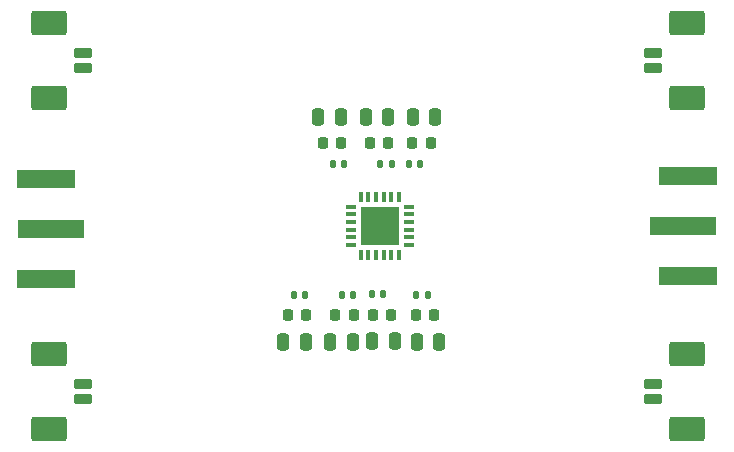
<source format=gtp>
%TF.GenerationSoftware,KiCad,Pcbnew,(6.0.1)*%
%TF.CreationDate,2022-03-22T15:32:48+01:00*%
%TF.ProjectId,HMC952_TestBoard,484d4339-3532-45f5-9465-7374426f6172,rev?*%
%TF.SameCoordinates,Original*%
%TF.FileFunction,Paste,Top*%
%TF.FilePolarity,Positive*%
%FSLAX46Y46*%
G04 Gerber Fmt 4.6, Leading zero omitted, Abs format (unit mm)*
G04 Created by KiCad (PCBNEW (6.0.1)) date 2022-03-22 15:32:48*
%MOMM*%
%LPD*%
G01*
G04 APERTURE LIST*
G04 Aperture macros list*
%AMRoundRect*
0 Rectangle with rounded corners*
0 $1 Rounding radius*
0 $2 $3 $4 $5 $6 $7 $8 $9 X,Y pos of 4 corners*
0 Add a 4 corners polygon primitive as box body*
4,1,4,$2,$3,$4,$5,$6,$7,$8,$9,$2,$3,0*
0 Add four circle primitives for the rounded corners*
1,1,$1+$1,$2,$3*
1,1,$1+$1,$4,$5*
1,1,$1+$1,$6,$7*
1,1,$1+$1,$8,$9*
0 Add four rect primitives between the rounded corners*
20,1,$1+$1,$2,$3,$4,$5,0*
20,1,$1+$1,$4,$5,$6,$7,0*
20,1,$1+$1,$6,$7,$8,$9,0*
20,1,$1+$1,$8,$9,$2,$3,0*%
G04 Aperture macros list end*
%ADD10RoundRect,0.225000X0.225000X0.250000X-0.225000X0.250000X-0.225000X-0.250000X0.225000X-0.250000X0*%
%ADD11RoundRect,0.140000X0.140000X0.170000X-0.140000X0.170000X-0.140000X-0.170000X0.140000X-0.170000X0*%
%ADD12RoundRect,0.250000X-0.250000X-0.475000X0.250000X-0.475000X0.250000X0.475000X-0.250000X0.475000X0*%
%ADD13RoundRect,0.140000X-0.140000X-0.170000X0.140000X-0.170000X0.140000X0.170000X-0.140000X0.170000X0*%
%ADD14RoundRect,0.225000X-0.225000X-0.250000X0.225000X-0.250000X0.225000X0.250000X-0.225000X0.250000X0*%
%ADD15R,5.600000X1.500000*%
%ADD16R,4.900000X1.600000*%
%ADD17RoundRect,0.200000X-0.600000X0.200000X-0.600000X-0.200000X0.600000X-0.200000X0.600000X0.200000X0*%
%ADD18RoundRect,0.250001X-1.249999X0.799999X-1.249999X-0.799999X1.249999X-0.799999X1.249999X0.799999X0*%
%ADD19RoundRect,0.250000X0.250000X0.475000X-0.250000X0.475000X-0.250000X-0.475000X0.250000X-0.475000X0*%
%ADD20R,0.850000X0.350000*%
%ADD21R,0.350000X0.850000*%
%ADD22R,3.250000X3.250000*%
%ADD23RoundRect,0.200000X0.600000X-0.200000X0.600000X0.200000X-0.600000X0.200000X-0.600000X-0.200000X0*%
%ADD24RoundRect,0.250001X1.249999X-0.799999X1.249999X0.799999X-1.249999X0.799999X-1.249999X-0.799999X0*%
G04 APERTURE END LIST*
D10*
%TO.C,C16*%
X141300000Y-86010000D03*
X139750000Y-86010000D03*
%TD*%
D11*
%TO.C,C3*%
X137294000Y-98772000D03*
X136334000Y-98772000D03*
%TD*%
D12*
%TO.C,C7*%
X128818000Y-102808000D03*
X130718000Y-102808000D03*
%TD*%
D13*
%TO.C,C1*%
X129730000Y-98808000D03*
X130690000Y-98808000D03*
%TD*%
D14*
%TO.C,C5*%
X133221000Y-100558000D03*
X134771000Y-100558000D03*
%TD*%
D12*
%TO.C,C18*%
X131775000Y-83750000D03*
X133675000Y-83750000D03*
%TD*%
D15*
%TO.C,J2*%
X162700000Y-93000000D03*
D16*
X163050000Y-97260000D03*
X163050000Y-88740000D03*
%TD*%
D13*
%TO.C,C10*%
X133035000Y-87750000D03*
X133995000Y-87750000D03*
%TD*%
D17*
%TO.C,J3*%
X111900000Y-78375000D03*
X111900000Y-79625000D03*
D18*
X109000000Y-75825000D03*
X109000000Y-82175000D03*
%TD*%
D15*
%TO.C,J1*%
X109117500Y-93250000D03*
D16*
X108767500Y-88990000D03*
X108767500Y-97510000D03*
%TD*%
D17*
%TO.C,J4*%
X111900000Y-106375000D03*
X111900000Y-107625000D03*
D18*
X109000000Y-110175000D03*
X109000000Y-103825000D03*
%TD*%
D12*
%TO.C,C19*%
X135785000Y-83740000D03*
X137685000Y-83740000D03*
%TD*%
D13*
%TO.C,C11*%
X137045000Y-87740000D03*
X138005000Y-87740000D03*
%TD*%
D19*
%TO.C,C21*%
X142028000Y-102808000D03*
X140128000Y-102808000D03*
%TD*%
D14*
%TO.C,C4*%
X129181000Y-100522000D03*
X130731000Y-100522000D03*
%TD*%
%TO.C,C15*%
X136180000Y-86000000D03*
X137730000Y-86000000D03*
%TD*%
D19*
%TO.C,C20*%
X141695000Y-83750000D03*
X139795000Y-83750000D03*
%TD*%
D20*
%TO.C,U1*%
X134550000Y-91375000D03*
X134550000Y-92025000D03*
X134550000Y-92675000D03*
X134550000Y-93325000D03*
X134550000Y-93975000D03*
X134550000Y-94625000D03*
D21*
X135375000Y-95450000D03*
X136025000Y-95450000D03*
X136675000Y-95450000D03*
X137325000Y-95450000D03*
X137975000Y-95450000D03*
X138625000Y-95450000D03*
D20*
X139450000Y-94625000D03*
X139450000Y-93975000D03*
X139450000Y-93325000D03*
X139450000Y-92675000D03*
X139450000Y-92025000D03*
X139450000Y-91375000D03*
D21*
X138625000Y-90550000D03*
X137975000Y-90550000D03*
X137325000Y-90550000D03*
X136675000Y-90550000D03*
X136025000Y-90550000D03*
X135375000Y-90550000D03*
D22*
X137000000Y-93000000D03*
%TD*%
D10*
%TO.C,C6*%
X137970000Y-100522000D03*
X136420000Y-100522000D03*
%TD*%
D12*
%TO.C,C8*%
X132796000Y-102808000D03*
X134696000Y-102808000D03*
%TD*%
D13*
%TO.C,C2*%
X133766000Y-98808000D03*
X134726000Y-98808000D03*
%TD*%
D11*
%TO.C,C13*%
X141058000Y-98808000D03*
X140098000Y-98808000D03*
%TD*%
D23*
%TO.C,J6*%
X160100000Y-79625000D03*
X160100000Y-78375000D03*
D24*
X163000000Y-82175000D03*
X163000000Y-75825000D03*
%TD*%
D11*
%TO.C,C12*%
X140435000Y-87750000D03*
X139475000Y-87750000D03*
%TD*%
D10*
%TO.C,C17*%
X141603000Y-100548000D03*
X140053000Y-100548000D03*
%TD*%
D14*
%TO.C,C14*%
X132170000Y-86010000D03*
X133720000Y-86010000D03*
%TD*%
D19*
%TO.C,C9*%
X138272000Y-102772000D03*
X136372000Y-102772000D03*
%TD*%
D23*
%TO.C,J5*%
X160100000Y-107625000D03*
X160100000Y-106375000D03*
D24*
X163000000Y-110175000D03*
X163000000Y-103825000D03*
%TD*%
M02*

</source>
